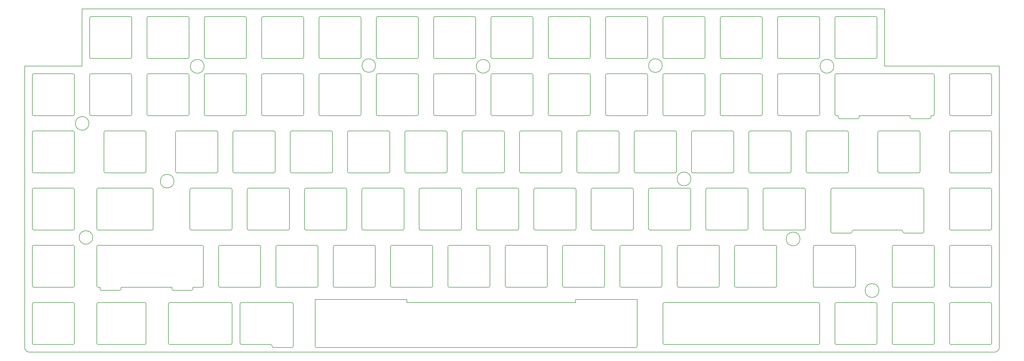
<source format=gbr>
%TF.GenerationSoftware,KiCad,Pcbnew,(5.1.9)-1*%
%TF.CreationDate,2021-05-17T20:51:41-04:00*%
%TF.ProjectId,plate,706c6174-652e-46b6-9963-61645f706362,rev?*%
%TF.SameCoordinates,Original*%
%TF.FileFunction,Profile,NP*%
%FSLAX46Y46*%
G04 Gerber Fmt 4.6, Leading zero omitted, Abs format (unit mm)*
G04 Created by KiCad (PCBNEW (5.1.9)-1) date 2021-05-17 20:51:41*
%MOMM*%
%LPD*%
G01*
G04 APERTURE LIST*
%TA.AperFunction,Profile*%
%ADD10C,0.200000*%
%TD*%
G04 APERTURE END LIST*
D10*
X182587500Y-100200000D02*
G75*
G02*
X182087500Y-100700000I-500000J0D01*
G01*
X59550000Y-105750000D02*
X72550000Y-105750000D01*
X239237500Y-100700000D02*
X226237500Y-100700000D01*
X182587500Y-87200000D02*
X182587500Y-100200000D01*
X168587500Y-87200000D02*
G75*
G02*
X169087500Y-86700000I500000J0D01*
G01*
X169087500Y-100700000D02*
G75*
G02*
X168587500Y-100200000I0J500000D01*
G01*
X163037500Y-86700000D02*
G75*
G02*
X163537500Y-87200000I0J-500000D01*
G01*
X150037500Y-100700000D02*
G75*
G02*
X149537500Y-100200000I0J500000D01*
G01*
X163037500Y-100700000D02*
X150037500Y-100700000D01*
X59050000Y-119250000D02*
X59050000Y-106250000D01*
X59550000Y-119750000D02*
G75*
G02*
X59050000Y-119250000I0J500000D01*
G01*
X150037500Y-86700000D02*
X163037500Y-86699999D01*
X225737500Y-87200000D02*
G75*
G02*
X226237500Y-86700000I500000J0D01*
G01*
X86837500Y-86700000D02*
G75*
G02*
X87337500Y-87200000I0J-500000D01*
G01*
X163537500Y-87200000D02*
X163537500Y-100200000D01*
X9543749Y-119750000D02*
X27306250Y-119750000D01*
X27806250Y-119250000D02*
X27806250Y-106250000D01*
X163537500Y-100200000D02*
G75*
G02*
X163037500Y-100700000I-500000J0D01*
G01*
X27806251Y-119249999D02*
G75*
G02*
X27306250Y-119750000I-500001J0D01*
G01*
X9543749Y-119750000D02*
G75*
G02*
X9043749Y-119250000I0J500000D01*
G01*
X9043749Y-106250000D02*
X9043749Y-119250000D01*
X225737500Y-100200000D02*
X225737500Y-87200000D01*
X-11887500Y-119750000D02*
G75*
G02*
X-12387500Y-119250000I0J500000D01*
G01*
X-12387501Y-106250000D02*
X-12387500Y-119250000D01*
X73837500Y-86700000D02*
X86837500Y-86699999D01*
X-12387501Y-106249999D02*
G75*
G02*
X-11887500Y-105750000I500000J-1D01*
G01*
X72550000Y-119750000D02*
X59549999Y-119750000D01*
X149537500Y-100200000D02*
X149537500Y-87200000D01*
X73337500Y-100200000D02*
X73337500Y-87200000D01*
X1112499Y-105750000D02*
X-11887500Y-105750000D01*
X1112500Y-105750000D02*
G75*
G02*
X1612500Y-106250000I0J-500000D01*
G01*
X1612499Y-119250000D02*
X1612500Y-106250000D01*
X1612499Y-119250000D02*
G75*
G02*
X1112499Y-119750000I-500000J0D01*
G01*
X59050000Y-106250000D02*
G75*
G02*
X59550000Y-105750000I500000J0D01*
G01*
X239737500Y-100200000D02*
G75*
G02*
X239237500Y-100700000I-500000J0D01*
G01*
X168587500Y-100200000D02*
X168587500Y-87200000D01*
X239737500Y-87200000D02*
X239737500Y-100200000D01*
X182087500Y-86700000D02*
G75*
G02*
X182587500Y-87200000I0J-500000D01*
G01*
X87337500Y-87200000D02*
X87337500Y-100200000D01*
X72550000Y-105750000D02*
G75*
G02*
X73050000Y-106250000I0J-500000D01*
G01*
X-11887500Y-119750000D02*
X1112499Y-119750000D01*
X73050000Y-106250000D02*
X73050000Y-119250000D01*
X182087500Y-100700000D02*
X169087500Y-100700000D01*
X73050000Y-119250000D02*
G75*
G02*
X72550000Y-119750000I-500000J0D01*
G01*
X226237500Y-86700000D02*
X239237500Y-86699999D01*
X73337500Y-87200000D02*
G75*
G02*
X73837500Y-86700000I500000J0D01*
G01*
X226237500Y-100700000D02*
G75*
G02*
X225737500Y-100200000I0J500000D01*
G01*
X149537500Y-87200000D02*
G75*
G02*
X150037500Y-86700000I500000J0D01*
G01*
X239237500Y-86700000D02*
G75*
G02*
X239737500Y-87200000I0J-500000D01*
G01*
X73837500Y-100700000D02*
G75*
G02*
X73337500Y-100200000I0J500000D01*
G01*
X169087500Y-86700000D02*
X182087500Y-86699999D01*
X287362500Y-81150000D02*
X287362500Y-68150000D01*
X111437500Y-100200000D02*
X111437500Y-87200000D01*
X106387499Y-100199999D02*
G75*
G02*
X105887500Y-100700000I-500000J-1D01*
G01*
X106387500Y-87200000D02*
X106387499Y-100200000D01*
X92887500Y-100700000D02*
G75*
G02*
X92387500Y-100200000I0J500000D01*
G01*
X188137500Y-86700000D02*
X201137500Y-86699999D01*
X220187500Y-100700000D02*
X207187500Y-100700000D01*
X220187500Y-86700000D02*
G75*
G02*
X220687500Y-87200000I0J-500000D01*
G01*
X143987500Y-86700000D02*
G75*
G02*
X144487500Y-87200000I0J-500000D01*
G01*
X187637500Y-87200000D02*
G75*
G02*
X188137500Y-86700000I500000J0D01*
G01*
X286275500Y-82150000D02*
X286275500Y-81650000D01*
X144487500Y-100200000D02*
G75*
G02*
X143987500Y-100700000I-500000J0D01*
G01*
X262399500Y-81650000D02*
X279275500Y-81650000D01*
X287362500Y-81150000D02*
G75*
G02*
X286862500Y-81650000I-500000J0D01*
G01*
X130987500Y-100700000D02*
G75*
G02*
X130487500Y-100200000I0J500000D01*
G01*
X-11887501Y-100699999D02*
G75*
G02*
X-12387500Y-100200000I0J499999D01*
G01*
X130987500Y-86700000D02*
X143987500Y-86699999D01*
X279775500Y-82650000D02*
X285775500Y-82650000D01*
X286275500Y-81650000D02*
X286862500Y-81650000D01*
X254312500Y-68150000D02*
G75*
G02*
X254812500Y-67650000I500000J0D01*
G01*
X105887500Y-100700000D02*
X92887500Y-100700000D01*
X92887500Y-86700000D02*
X105887499Y-86699999D01*
X206687500Y-100200000D02*
X206687500Y-87200000D01*
X201637500Y-87200000D02*
X201637500Y-100200000D01*
X188137500Y-100700000D02*
G75*
G02*
X187637500Y-100200000I0J500000D01*
G01*
X201137500Y-100700000D02*
X188137500Y-100700000D01*
X286275500Y-82150000D02*
G75*
G02*
X285775500Y-82650000I-500000J0D01*
G01*
X201637500Y-100200000D02*
G75*
G02*
X201137500Y-100700000I-500000J0D01*
G01*
X201137500Y-86700000D02*
G75*
G02*
X201637500Y-87200000I0J-500000D01*
G01*
X144487500Y-87200000D02*
X144487500Y-100200000D01*
X262399501Y-82149999D02*
G75*
G02*
X261899500Y-82650000I-500001J0D01*
G01*
X255399500Y-81650000D02*
X255399500Y-82150000D01*
X279275500Y-81650000D02*
X279275500Y-82150000D01*
X262399500Y-82150000D02*
X262399500Y-81650000D01*
X130487500Y-100200000D02*
X130487500Y-87200000D01*
X254812500Y-81650000D02*
G75*
G02*
X254312500Y-81150000I0J500000D01*
G01*
X105887500Y-86700000D02*
G75*
G02*
X106387500Y-87200000I0J-500000D01*
G01*
X87337501Y-100199999D02*
G75*
G02*
X86837500Y-100700000I-500001J0D01*
G01*
X92387500Y-87200000D02*
G75*
G02*
X92887500Y-86700000I500000J0D01*
G01*
X207187500Y-100700000D02*
G75*
G02*
X206687500Y-100200000I0J500000D01*
G01*
X207187500Y-86700000D02*
X220187500Y-86699999D01*
X286862501Y-67649999D02*
G75*
G02*
X287362500Y-68150000I-1J-500000D01*
G01*
X130487501Y-87199999D02*
G75*
G02*
X130987500Y-86700000I499999J0D01*
G01*
X254312500Y-68149999D02*
X254312500Y-81150000D01*
X111937500Y-100700000D02*
G75*
G02*
X111437500Y-100200000I0J500000D01*
G01*
X86837500Y-100700000D02*
X73837500Y-100700000D01*
X92387500Y-100200000D02*
X92387500Y-87200000D01*
X220687500Y-100200000D02*
G75*
G02*
X220187500Y-100700000I-500000J0D01*
G01*
X143987500Y-100700000D02*
X130987500Y-100700000D01*
X279775500Y-82650000D02*
G75*
G02*
X279275500Y-82150000I0J500000D01*
G01*
X255899500Y-82650000D02*
X261899500Y-82650000D01*
X125437500Y-87200000D02*
X125437500Y-100200000D01*
X124937500Y-86700000D02*
G75*
G02*
X125437500Y-87200000I0J-500000D01*
G01*
X124937500Y-100700000D02*
X111937500Y-100700000D01*
X286862500Y-67649999D02*
X254812500Y-67650000D01*
X254812500Y-81650000D02*
X255399500Y-81650000D01*
X111937500Y-86700000D02*
X124937500Y-86699999D01*
X111437501Y-87199999D02*
G75*
G02*
X111937500Y-86700000I499999J0D01*
G01*
X220687500Y-87200000D02*
X220687500Y-100200000D01*
X206687500Y-87200000D02*
G75*
G02*
X207187500Y-86700000I500000J0D01*
G01*
X-12387501Y-87200000D02*
X-12387500Y-100200000D01*
X187637500Y-100200000D02*
X187637500Y-87200000D01*
X125437500Y-100200000D02*
G75*
G02*
X124937500Y-100700000I-500000J0D01*
G01*
X255899500Y-82650000D02*
G75*
G02*
X255399500Y-82150000I0J500000D01*
G01*
X249262501Y-81149999D02*
G75*
G02*
X248762500Y-81650000I-500001J0D01*
G01*
X54287501Y-87199999D02*
G75*
G02*
X54787500Y-86700000I499999J0D01*
G01*
X67787500Y-86700000D02*
X54787500Y-86700000D01*
X68287500Y-100200000D02*
X68287500Y-87200000D01*
X54787500Y-100700000D02*
G75*
G02*
X54287500Y-100200000I0J500000D01*
G01*
X35237500Y-87200000D02*
G75*
G02*
X35737500Y-86700000I500000J0D01*
G01*
X25425000Y-87200000D02*
X25424999Y-100200000D01*
X11925000Y-86700000D02*
X24925000Y-86700000D01*
X235762500Y-81650000D02*
X248762500Y-81650000D01*
X216712500Y-81650000D02*
X229712500Y-81650000D01*
X24925000Y-100700000D02*
X11925000Y-100700000D01*
X54287500Y-87200000D02*
X54287500Y-100200000D01*
X1112499Y-86700000D02*
X-11887500Y-86700000D01*
X1612499Y-100200000D02*
X1612500Y-87200000D01*
X292412500Y-68150000D02*
G75*
G02*
X292912500Y-67650000I500000J0D01*
G01*
X306412500Y-68150000D02*
X306412500Y-81150000D01*
X35737500Y-100700000D02*
G75*
G02*
X35237500Y-100200000I0J500000D01*
G01*
X49237500Y-100200000D02*
G75*
G02*
X48737500Y-100700000I-500000J0D01*
G01*
X211162500Y-81150000D02*
X211162500Y-68150000D01*
X248762499Y-67650000D02*
G75*
G02*
X249262500Y-68149999I1J-500000D01*
G01*
X48737500Y-86700000D02*
G75*
G02*
X49237500Y-87200000I0J-500000D01*
G01*
X230212500Y-81150000D02*
X230212500Y-68149999D01*
X197662500Y-81650000D02*
G75*
G02*
X197162500Y-81150000I0J500000D01*
G01*
X197162500Y-68149999D02*
X197162500Y-81150000D01*
X235262500Y-68150000D02*
G75*
G02*
X235762500Y-67650000I500000J0D01*
G01*
X230212500Y-81150000D02*
G75*
G02*
X229712500Y-81650000I-500000J0D01*
G01*
X153512500Y-81650000D02*
X140512500Y-81650000D01*
X211162500Y-81150000D02*
G75*
G02*
X210662500Y-81650000I-500000J0D01*
G01*
X216212500Y-68149999D02*
X216212500Y-81150000D01*
X216212500Y-68150000D02*
G75*
G02*
X216712500Y-67650000I500000J0D01*
G01*
X-12387501Y-87199999D02*
G75*
G02*
X-11887500Y-86700000I500000J-1D01*
G01*
X154012500Y-81150000D02*
G75*
G02*
X153512500Y-81650000I-500000J0D01*
G01*
X1112500Y-86700000D02*
G75*
G02*
X1612500Y-87200000I0J-500000D01*
G01*
X1612500Y-100200001D02*
G75*
G02*
X1112499Y-100700000I-500000J1D01*
G01*
X-11887500Y-100700000D02*
X1112499Y-100700000D01*
X35237500Y-100200000D02*
X35237500Y-87200000D01*
X292412500Y-81150000D02*
X292412500Y-68149999D01*
X292912500Y-81650000D02*
G75*
G02*
X292412500Y-81150000I0J500000D01*
G01*
X35737500Y-86700000D02*
X48737500Y-86700000D01*
X305912500Y-81650000D02*
X292912500Y-81650000D01*
X305912501Y-67649999D02*
G75*
G02*
X306412500Y-68150000I-1J-500000D01*
G01*
X11425000Y-87200000D02*
G75*
G02*
X11925000Y-86700000I500000J0D01*
G01*
X48737500Y-100700000D02*
X35737500Y-100700000D01*
X11924999Y-100699999D02*
G75*
G02*
X11425000Y-100200000I0J499999D01*
G01*
X25424999Y-100199999D02*
G75*
G02*
X24925000Y-100700000I-500000J-1D01*
G01*
X210662500Y-67649999D02*
X197662500Y-67650000D01*
X235762500Y-81650000D02*
G75*
G02*
X235262500Y-81150000I0J500000D01*
G01*
X197662500Y-81650000D02*
X210662500Y-81650000D01*
X216712500Y-81650000D02*
G75*
G02*
X216212500Y-81150000I0J500000D01*
G01*
X229712500Y-67649999D02*
X216712500Y-67650000D01*
X197162500Y-68150000D02*
G75*
G02*
X197662500Y-67650000I500000J0D01*
G01*
X292912500Y-67650000D02*
X305912500Y-67650000D01*
X229712500Y-67649999D02*
G75*
G02*
X230212500Y-68149999I0J-500000D01*
G01*
X306412500Y-81150000D02*
G75*
G02*
X305912500Y-81650000I-500000J0D01*
G01*
X67787500Y-86700000D02*
G75*
G02*
X68287500Y-87200000I0J-500000D01*
G01*
X54787499Y-100700000D02*
X67787500Y-100700000D01*
X11425000Y-100200000D02*
X11425000Y-87200000D01*
X210662501Y-67649999D02*
G75*
G02*
X211162500Y-68150000I-1J-500000D01*
G01*
X249262500Y-81150000D02*
X249262500Y-68149999D01*
X49237500Y-87200000D02*
X49237500Y-100200000D01*
X235262500Y-68149999D02*
X235262500Y-81150000D01*
X248762500Y-67649999D02*
X235762500Y-67650000D01*
X68287500Y-100200000D02*
G75*
G02*
X67787500Y-100700000I-500000J0D01*
G01*
X24925000Y-86700000D02*
G75*
G02*
X25425000Y-87200000I0J-500000D01*
G01*
X159062500Y-81150000D02*
X159062500Y-68150000D01*
X173062500Y-81150000D02*
G75*
G02*
X172562500Y-81650000I-500000J0D01*
G01*
X172562501Y-67649999D02*
G75*
G02*
X173062500Y-68150000I-1J-500000D01*
G01*
X178612500Y-81650000D02*
G75*
G02*
X178112500Y-81150000I0J500000D01*
G01*
X26212500Y-81650000D02*
G75*
G02*
X25712500Y-81150000I0J500000D01*
G01*
X83362500Y-67650000D02*
X96362500Y-67649999D01*
X115412500Y-67649999D02*
G75*
G02*
X115912499Y-68150000I-1J-500000D01*
G01*
X82862500Y-68150000D02*
G75*
G02*
X83362500Y-67650000I500000J0D01*
G01*
X115912499Y-81150000D02*
X115912499Y-68150000D01*
X1612499Y-81150000D02*
G75*
G02*
X1112499Y-81650000I-500000J0D01*
G01*
X121462501Y-81649999D02*
G75*
G02*
X120962500Y-81150000I-1J500000D01*
G01*
X1112500Y-67650000D02*
G75*
G02*
X1612500Y-68150000I0J-500000D01*
G01*
X1612499Y-81150000D02*
X1612500Y-68150000D01*
X134462500Y-81650000D02*
X121462500Y-81650000D01*
X159062500Y-68150000D02*
G75*
G02*
X159562500Y-67650000I500000J0D01*
G01*
X192112500Y-81150000D02*
G75*
G02*
X191612500Y-81650000I-500000J0D01*
G01*
X6662499Y-68149999D02*
X6662500Y-81150000D01*
X173062500Y-68150000D02*
X173062500Y-81150000D01*
X39212500Y-67650000D02*
X26212500Y-67650000D01*
X96362500Y-67650000D02*
G75*
G02*
X96862500Y-68150000I0J-500000D01*
G01*
X83362500Y-81650000D02*
G75*
G02*
X82862500Y-81150000I0J500000D01*
G01*
X134462501Y-67649999D02*
G75*
G02*
X134962500Y-68150000I-1J-500000D01*
G01*
X20662501Y-81149999D02*
G75*
G02*
X20162500Y-81650000I-500001J0D01*
G01*
X134962500Y-81150000D02*
G75*
G02*
X134462500Y-81650000I-500000J0D01*
G01*
X192112500Y-68150000D02*
X192112500Y-81150000D01*
X26212500Y-81650000D02*
X39212500Y-81650000D01*
X1112499Y-67650000D02*
X-11887500Y-67650000D01*
X96862501Y-81149999D02*
G75*
G02*
X96362500Y-81650000I-500001J0D01*
G01*
X134962500Y-68150000D02*
X134962500Y-81150000D01*
X172562500Y-81650000D02*
X159562500Y-81650000D01*
X39712499Y-81150000D02*
X39712499Y-68149999D01*
X-11887500Y-81649999D02*
G75*
G02*
X-12387501Y-81150000I-1J500000D01*
G01*
X-12387501Y-68149999D02*
G75*
G02*
X-11887500Y-67650000I500000J-1D01*
G01*
X178112500Y-68150000D02*
G75*
G02*
X178612500Y-67650000I500000J0D01*
G01*
X39212500Y-67650000D02*
G75*
G02*
X39712499Y-68149999I0J-499999D01*
G01*
X178112500Y-81150000D02*
X178112500Y-68149999D01*
X7162499Y-81650000D02*
X20162500Y-81650000D01*
X-12387501Y-68149999D02*
X-12387501Y-81150000D01*
X20162500Y-67650000D02*
X7162499Y-67650000D01*
X6662499Y-68150000D02*
G75*
G02*
X7162499Y-67650000I500000J0D01*
G01*
X82862500Y-81150000D02*
X82862500Y-68149999D01*
X159562500Y-81650000D02*
G75*
G02*
X159062500Y-81150000I0J500000D01*
G01*
X140512500Y-67650000D02*
X153512500Y-67649999D01*
X25712500Y-68150000D02*
G75*
G02*
X26212500Y-67650000I500000J0D01*
G01*
X191612500Y-81650000D02*
X178612500Y-81650000D01*
X20162500Y-67650000D02*
G75*
G02*
X20662500Y-68150000I0J-500000D01*
G01*
X96862500Y-68150000D02*
X96862500Y-81150000D01*
X178612500Y-67650000D02*
X191612500Y-67649999D01*
X154012500Y-68150000D02*
X154012500Y-81150000D01*
X153512501Y-67649999D02*
G75*
G02*
X154012500Y-68150000I-1J-500000D01*
G01*
X140012501Y-68149999D02*
G75*
G02*
X140512500Y-67650000I499999J0D01*
G01*
X140012500Y-81150000D02*
X140012500Y-68149999D01*
X96362500Y-81650000D02*
X83362500Y-81650000D01*
X140512500Y-81650000D02*
G75*
G02*
X140012500Y-81150000I0J500000D01*
G01*
X159562500Y-67650000D02*
X172562500Y-67649999D01*
X121462500Y-67650000D02*
X134462500Y-67649999D01*
X-11887500Y-81650000D02*
X1112499Y-81650000D01*
X25712500Y-68149999D02*
X25712500Y-81150000D01*
X7162500Y-81650000D02*
G75*
G02*
X6662500Y-81150000I0J500000D01*
G01*
X39712500Y-81150000D02*
G75*
G02*
X39212500Y-81650000I-500000J0D01*
G01*
X120962501Y-68149999D02*
G75*
G02*
X121462500Y-67650000I499999J0D01*
G01*
X20662500Y-81150000D02*
X20662500Y-68150000D01*
X191612501Y-67649999D02*
G75*
G02*
X192112500Y-68150000I-1J-500000D01*
G01*
X120962500Y-81150000D02*
X120962500Y-68149999D01*
X140012500Y-62099999D02*
X140012500Y-49100000D01*
X45262499Y-81650000D02*
X58262499Y-81650000D01*
X192112500Y-49100000D02*
X192112500Y-62099999D01*
X191612501Y-48599999D02*
G75*
G02*
X192112500Y-49100000I-1J-500000D01*
G01*
X210662501Y-48599999D02*
G75*
G02*
X211162500Y-49100000I-1J-500000D01*
G01*
X115412499Y-62600000D02*
X102412500Y-62600000D01*
X197662500Y-48600000D02*
X210662500Y-48599999D01*
X140512500Y-62599999D02*
G75*
G02*
X140012500Y-62099999I0J500000D01*
G01*
X153512501Y-48599999D02*
G75*
G02*
X154012500Y-49100000I-1J-500000D01*
G01*
X140012500Y-49100000D02*
G75*
G02*
X140512500Y-48600000I500000J0D01*
G01*
X134962500Y-62100000D02*
G75*
G02*
X134462500Y-62600000I-500000J0D01*
G01*
X140512500Y-48600000D02*
X153512500Y-48599999D01*
X58762499Y-81150000D02*
G75*
G02*
X58262499Y-81650000I-500000J0D01*
G01*
X115912499Y-81150000D02*
G75*
G02*
X115412499Y-81650000I-500000J0D01*
G01*
X115412499Y-67649999D02*
X102412500Y-67650000D01*
X77312500Y-67650000D02*
G75*
G02*
X77812500Y-68150000I0J-500000D01*
G01*
X210662500Y-62600000D02*
X197662500Y-62600000D01*
X77812500Y-81150000D02*
X77812500Y-68150000D01*
X77812501Y-81149999D02*
G75*
G02*
X77312500Y-81650000I-500001J0D01*
G01*
X64312500Y-81650000D02*
X77312500Y-81650000D01*
X44762500Y-68149999D02*
X44762500Y-81150000D01*
X268312500Y-62100000D02*
G75*
G02*
X267812500Y-62600000I-500000J0D01*
G01*
X192112501Y-62099999D02*
G75*
G02*
X191612500Y-62600000I-500001J0D01*
G01*
X101912500Y-62099999D02*
X101912500Y-49100000D01*
X64312500Y-81650000D02*
G75*
G02*
X63812500Y-81150000I0J500000D01*
G01*
X58262500Y-67650000D02*
G75*
G02*
X58762500Y-68150000I0J-500000D01*
G01*
X178612500Y-48600000D02*
X191612500Y-48599999D01*
X115412500Y-48599999D02*
G75*
G02*
X115912499Y-49100000I-1J-500000D01*
G01*
X191612500Y-62600000D02*
X178612500Y-62600000D01*
X63812500Y-68149999D02*
X63812500Y-81150000D01*
X254312500Y-49100000D02*
G75*
G02*
X254812500Y-48600000I500000J0D01*
G01*
X102412500Y-48600000D02*
X115412499Y-48599999D01*
X58262499Y-67650000D02*
X45262500Y-67650000D01*
X44762501Y-68149999D02*
G75*
G02*
X45262500Y-67650000I499999J0D01*
G01*
X102412499Y-62600000D02*
G75*
G02*
X101912500Y-62099999I1J500000D01*
G01*
X254312500Y-62099999D02*
X254312500Y-49100000D01*
X268312500Y-49100000D02*
X268312500Y-62099999D01*
X211162500Y-62100000D02*
G75*
G02*
X210662500Y-62600000I-500000J0D01*
G01*
X211162500Y-49100000D02*
X211162500Y-62099999D01*
X197162500Y-49100000D02*
G75*
G02*
X197662500Y-48600000I500000J0D01*
G01*
X178612499Y-62600000D02*
G75*
G02*
X178112500Y-62099999I1J500000D01*
G01*
X115912499Y-49100000D02*
X115912499Y-62099999D01*
X153512500Y-62600000D02*
X140512500Y-62600000D01*
X134462500Y-62600000D02*
X121462500Y-62600000D01*
X102412500Y-81650000D02*
X115412499Y-81650000D01*
X254812499Y-62600000D02*
G75*
G02*
X254312500Y-62099999I1J500000D01*
G01*
X102412500Y-81650000D02*
G75*
G02*
X101912500Y-81150000I0J500000D01*
G01*
X101912500Y-68149999D02*
X101912500Y-81150000D01*
X63812500Y-68150000D02*
G75*
G02*
X64312500Y-67650000I500000J0D01*
G01*
X45262500Y-81650000D02*
G75*
G02*
X44762500Y-81150000I0J500000D01*
G01*
X178112500Y-49100000D02*
G75*
G02*
X178612500Y-48600000I500000J0D01*
G01*
X101912500Y-49100000D02*
G75*
G02*
X102412500Y-48600000I500000J0D01*
G01*
X254812500Y-48600000D02*
X267812500Y-48599999D01*
X197162500Y-62099999D02*
X197162500Y-49100000D01*
X197662499Y-62600000D02*
G75*
G02*
X197162500Y-62099999I1J500000D01*
G01*
X154012500Y-49100000D02*
X154012500Y-62099999D01*
X154012501Y-62099999D02*
G75*
G02*
X153512500Y-62600000I-500001J0D01*
G01*
X101912500Y-68150000D02*
G75*
G02*
X102412500Y-67650000I500000J0D01*
G01*
X267812501Y-48599999D02*
G75*
G02*
X268312500Y-49100000I-1J-500000D01*
G01*
X77312500Y-67650000D02*
X64312500Y-67650000D01*
X58762500Y-81150000D02*
X58762500Y-68150000D01*
X267812500Y-62600000D02*
X254812500Y-62600000D01*
X178112500Y-62099999D02*
X178112500Y-49100000D01*
X115912500Y-62099999D02*
G75*
G02*
X115412499Y-62600000I-500001J0D01*
G01*
X216712499Y-62600000D02*
G75*
G02*
X216212500Y-62099999I1J500000D01*
G01*
X44762501Y-49099999D02*
G75*
G02*
X45262500Y-48600000I499999J0D01*
G01*
X58262500Y-62600000D02*
X45262499Y-62599999D01*
X64312500Y-48600000D02*
X77312500Y-48599999D01*
X25712500Y-49100000D02*
G75*
G02*
X26212500Y-48600000I500000J0D01*
G01*
X20662500Y-62100000D02*
G75*
G02*
X20162500Y-62600000I-500000J0D01*
G01*
X83362499Y-62600000D02*
G75*
G02*
X82862500Y-62099999I1J500000D01*
G01*
X235262500Y-49100000D02*
G75*
G02*
X235762500Y-48600000I500000J0D01*
G01*
X229712500Y-62600000D02*
X216712500Y-62600000D01*
X173062500Y-49100000D02*
X173062500Y-62099999D01*
X216212500Y-49100000D02*
G75*
G02*
X216712500Y-48600000I500000J0D01*
G01*
X20662500Y-49100000D02*
X20662500Y-62099999D01*
X96862500Y-49100000D02*
X96862500Y-62099999D01*
X216212500Y-62099999D02*
X216212500Y-49100000D01*
X39212501Y-48599999D02*
G75*
G02*
X39712500Y-49100000I-1J-500000D01*
G01*
X96362500Y-62600000D02*
X83362500Y-62600000D01*
X229712501Y-48599999D02*
G75*
G02*
X230212500Y-49100000I-1J-500000D01*
G01*
X159562499Y-62600000D02*
G75*
G02*
X159062500Y-62099999I1J500000D01*
G01*
X83362500Y-48600000D02*
X96362500Y-48599999D01*
X58762501Y-62099999D02*
G75*
G02*
X58262500Y-62600000I-500001J0D01*
G01*
X6662500Y-62099999D02*
X6662500Y-49100000D01*
X96362500Y-48600000D02*
G75*
G02*
X96862500Y-49100000I0J-500000D01*
G01*
X45262500Y-48600000D02*
X58262499Y-48600000D01*
X173062500Y-62100000D02*
G75*
G02*
X172562500Y-62600000I-500000J0D01*
G01*
X159562500Y-48600000D02*
X172562500Y-48599999D01*
X159062500Y-49100000D02*
G75*
G02*
X159562500Y-48600000I500000J0D01*
G01*
X7162500Y-62599999D02*
G75*
G02*
X6662500Y-62099999I0J500000D01*
G01*
X39712499Y-62099999D02*
X39712500Y-49100000D01*
X20162500Y-62600000D02*
X7162499Y-62599999D01*
X96862501Y-62099999D02*
G75*
G02*
X96362500Y-62600000I-500001J0D01*
G01*
X82862500Y-49100000D02*
G75*
G02*
X83362500Y-48600000I500000J0D01*
G01*
X58762500Y-49100000D02*
X58762500Y-62099999D01*
X58262499Y-48599999D02*
G75*
G02*
X58762500Y-49100000I0J-500001D01*
G01*
X45262500Y-62599999D02*
G75*
G02*
X44762500Y-62099999I0J500000D01*
G01*
X26212498Y-62599999D02*
G75*
G02*
X25712500Y-62099999I1J499999D01*
G01*
X120962500Y-49100000D02*
G75*
G02*
X121462500Y-48600000I500000J0D01*
G01*
X134962500Y-49100000D02*
X134962500Y-62099999D01*
X134462501Y-48599999D02*
G75*
G02*
X134962500Y-49100000I-1J-500000D01*
G01*
X121462500Y-48600000D02*
X134462500Y-48599999D01*
X25712500Y-49100000D02*
X25712500Y-62099999D01*
X121462499Y-62600000D02*
G75*
G02*
X120962500Y-62099999I1J500000D01*
G01*
X44762500Y-62099999D02*
X44762500Y-49100000D01*
X249262500Y-49100000D02*
X249262500Y-62099999D01*
X216712500Y-48600000D02*
X229712500Y-48599999D01*
X230212500Y-62100000D02*
G75*
G02*
X229712500Y-62600000I-500000J0D01*
G01*
X63812500Y-49100000D02*
G75*
G02*
X64312500Y-48600000I500000J0D01*
G01*
X20162500Y-48600000D02*
G75*
G02*
X20662500Y-49100000I0J-500000D01*
G01*
X26212500Y-62599999D02*
X39212500Y-62600000D01*
X172562501Y-48599999D02*
G75*
G02*
X173062500Y-49100000I-1J-500000D01*
G01*
X7162500Y-48600000D02*
X20162500Y-48600000D01*
X249262501Y-62099999D02*
G75*
G02*
X248762500Y-62600000I-500001J0D01*
G01*
X82862500Y-62099999D02*
X82862500Y-49100000D01*
X6662501Y-49099999D02*
G75*
G02*
X7162500Y-48600000I499999J0D01*
G01*
X120962500Y-62099999D02*
X120962500Y-49100000D01*
X39212500Y-48599999D02*
X26212500Y-48600000D01*
X235262500Y-62099999D02*
X235262500Y-49100000D01*
X235762499Y-62600000D02*
G75*
G02*
X235262500Y-62099999I1J500000D01*
G01*
X248762500Y-48600000D02*
G75*
G02*
X249262500Y-49100000I0J-500000D01*
G01*
X172562500Y-62600000D02*
X159562500Y-62600000D01*
X248762500Y-62600000D02*
X235762500Y-62600000D01*
X230212500Y-49100000D02*
X230212500Y-62099999D01*
X159062500Y-62099999D02*
X159062500Y-49100000D01*
X39712500Y-62100000D02*
G75*
G02*
X39212500Y-62600000I-500000J0D01*
G01*
X235762500Y-48600000D02*
X248762500Y-48599999D01*
X77312500Y-48600000D02*
G75*
G02*
X77812500Y-49100000I0J-500000D01*
G01*
X308937499Y-65149999D02*
X308937499Y-158875000D01*
X-14912500Y-158875000D02*
X-14912500Y-65150000D01*
X270812500Y-65149999D02*
X308937499Y-65149999D01*
X270812500Y-46075000D02*
X270812500Y-65149999D01*
X4162499Y-65150000D02*
X4162499Y-46075000D01*
X308937500Y-158875000D02*
G75*
G02*
X307437500Y-160375000I-1500000J0D01*
G01*
X63812500Y-62099999D02*
X63812500Y-49100000D01*
X64312500Y-62599999D02*
G75*
G02*
X63812500Y-62099999I0J500000D01*
G01*
X-14912500Y-65150000D02*
X4162499Y-65150000D01*
X4162499Y-46075000D02*
X270812500Y-46075000D01*
X77312500Y-62600000D02*
X64312500Y-62599999D01*
X77812501Y-62099999D02*
G75*
G02*
X77312500Y-62600000I-500001J0D01*
G01*
X77812500Y-49100000D02*
X77812500Y-62099999D01*
X-13412500Y-160375000D02*
G75*
G02*
X-14912500Y-158875000I0J1500000D01*
G01*
X307437500Y-160375000D02*
X-13412500Y-160375000D01*
X27306250Y-105750000D02*
G75*
G02*
X27806250Y-106250000I0J-500000D01*
G01*
X34715786Y-103445543D02*
G75*
G03*
X34715786Y-103445543I-2277105J0D01*
G01*
X7696452Y-122195454D02*
G75*
G03*
X7696452Y-122195454I-2253532J0D01*
G01*
X206486547Y-102694373D02*
G75*
G03*
X206486547Y-102694373I-2299982J0D01*
G01*
X139714102Y-65195000D02*
G75*
G03*
X139714102Y-65195000I-2276595J0D01*
G01*
X44743446Y-65205118D02*
G75*
G03*
X44743446Y-65205118I-2299967J0D01*
G01*
X168112500Y-143850000D02*
X168112500Y-142850000D01*
X81606250Y-158350000D02*
X81606250Y-142850000D01*
X82106250Y-158850000D02*
G75*
G02*
X81606250Y-158350000I0J500000D01*
G01*
X197662500Y-157850000D02*
X248762500Y-157850000D01*
X197162500Y-144350000D02*
X197162500Y-157350000D01*
X268969965Y-139863080D02*
G75*
G03*
X268969965Y-139863080I-2303905J0D01*
G01*
X112106250Y-143850000D02*
X168112500Y-143850000D01*
X188612500Y-158350000D02*
G75*
G02*
X188112500Y-158850000I-500000J0D01*
G01*
X168112500Y-142850000D02*
X188612500Y-142850000D01*
X88106250Y-158850000D02*
X82106250Y-158850000D01*
X188612500Y-142850000D02*
X188612500Y-158350000D01*
X81606250Y-142850000D02*
X112106250Y-142850000D01*
X249262500Y-157350000D02*
X249262500Y-144350000D01*
X197662500Y-157850000D02*
G75*
G02*
X197162500Y-157350000I0J500000D01*
G01*
X101688747Y-64942500D02*
G75*
G03*
X101688747Y-64942500I-2251242J0D01*
G01*
X188112500Y-158850000D02*
X88107981Y-158850000D01*
X253989667Y-65174999D02*
G75*
G03*
X253989667Y-65174999I-2302173J0D01*
G01*
X268969965Y-139863080D02*
G75*
G03*
X268969965Y-139863080I-2303905J0D01*
G01*
X242732413Y-122685003D02*
G75*
G03*
X242732413Y-122685003I-2294901J0D01*
G01*
X6462371Y-84195329D02*
G75*
G03*
X6462371Y-84195329I-2276232J0D01*
G01*
X248762500Y-143850000D02*
G75*
G02*
X249262500Y-144350000I0J-500000D01*
G01*
X197162500Y-144350000D02*
G75*
G02*
X197662500Y-143850000I500000J0D01*
G01*
X112106250Y-142850000D02*
X112106250Y-143850000D01*
X249262501Y-157349999D02*
G75*
G02*
X248762500Y-157850000I-500001J0D01*
G01*
X196960705Y-64947473D02*
G75*
G03*
X196960705Y-64947473I-2274862J0D01*
G01*
X306412500Y-138300000D02*
X306412500Y-125300000D01*
X305912501Y-143849999D02*
G75*
G02*
X306412500Y-144350000I-1J-500000D01*
G01*
X306412500Y-157350000D02*
X306412500Y-144350000D01*
X267812500Y-143850000D02*
G75*
G02*
X268312500Y-144350000I0J-500000D01*
G01*
X254312500Y-157350000D02*
X254312500Y-144350000D01*
X286862500Y-143850000D02*
X273862500Y-143850000D01*
X268312500Y-157350000D02*
G75*
G02*
X267812500Y-157850000I-500000J0D01*
G01*
X273862500Y-157850000D02*
G75*
G02*
X273362500Y-157350000I0J500000D01*
G01*
X66812499Y-157850000D02*
G75*
G02*
X67312499Y-158350000I0J-500000D01*
G01*
X286862500Y-143850000D02*
G75*
G02*
X287362500Y-144350000I0J-500000D01*
G01*
X32856250Y-157350000D02*
X32856250Y-144350000D01*
X67812500Y-158850000D02*
X73812500Y-158850000D01*
X53500000Y-143850000D02*
G75*
G02*
X54000000Y-144350000I0J-500000D01*
G01*
X306412500Y-138300000D02*
G75*
G02*
X305912500Y-138800000I-500000J0D01*
G01*
X74312500Y-158350000D02*
X74312500Y-144350000D01*
X292912500Y-138800000D02*
G75*
G02*
X292412500Y-138300000I0J500000D01*
G01*
X33356250Y-143850000D02*
X53500000Y-143850000D01*
X53500000Y-157850000D02*
X33356250Y-157850000D01*
X292912500Y-138800000D02*
X305912500Y-138800000D01*
X292412500Y-125300000D02*
G75*
G02*
X292912500Y-124800000I500000J0D01*
G01*
X254812500Y-157850000D02*
G75*
G02*
X254312500Y-157350000I0J500000D01*
G01*
X57168749Y-157850000D02*
X66812499Y-157850000D01*
X9543749Y-157850000D02*
X24925000Y-157850000D01*
X56668749Y-144349999D02*
G75*
G02*
X57168750Y-143850000I500000J-1D01*
G01*
X57168750Y-157850000D02*
G75*
G02*
X56668750Y-157350000I0J500000D01*
G01*
X9043749Y-144350000D02*
X9043750Y-157350000D01*
X33356250Y-157850000D02*
G75*
G02*
X32856250Y-157350000I0J500000D01*
G01*
X56668749Y-144350000D02*
X56668750Y-157350000D01*
X73812500Y-143850000D02*
X57168750Y-143850000D01*
X67812501Y-158850000D02*
G75*
G02*
X67312499Y-158350000I-1J500001D01*
G01*
X215425000Y-124800000D02*
G75*
G02*
X215925000Y-125300000I0J-500000D01*
G01*
X201925000Y-138300000D02*
X201925000Y-125300000D01*
X54000000Y-144350000D02*
X54000000Y-157350000D01*
X215925000Y-125300000D02*
X215925000Y-138300000D01*
X73812500Y-143850000D02*
G75*
G02*
X74312500Y-144350000I0J-500000D01*
G01*
X215425000Y-138800000D02*
X202425000Y-138800000D01*
X268312500Y-144350000D02*
X268312500Y-157350000D01*
X254812500Y-143850000D02*
X267812500Y-143850000D01*
X267812500Y-157850000D02*
X254812500Y-157850000D01*
X273362500Y-144350000D02*
X273362500Y-157350000D01*
X32856250Y-144350000D02*
G75*
G02*
X33356250Y-143850000I500000J0D01*
G01*
X305912501Y-124799999D02*
G75*
G02*
X306412500Y-125300000I-1J-500000D01*
G01*
X9543750Y-157850000D02*
G75*
G02*
X9043750Y-157350000I0J500000D01*
G01*
X215925001Y-138299999D02*
G75*
G02*
X215425000Y-138800000I-500001J0D01*
G01*
X25425001Y-157349999D02*
G75*
G02*
X24925000Y-157850000I-500001J0D01*
G01*
X248762500Y-143850000D02*
X197662500Y-143850000D01*
X254312500Y-144350000D02*
G75*
G02*
X254812500Y-143850000I500000J0D01*
G01*
X287362500Y-157350000D02*
G75*
G02*
X286862500Y-157850000I-500000J0D01*
G01*
X74312499Y-158349999D02*
G75*
G02*
X73812500Y-158850000I-500000J-1D01*
G01*
X54000000Y-157349998D02*
G75*
G02*
X53500000Y-157850000I-500001J-1D01*
G01*
X202425000Y-124800000D02*
X215425000Y-124800000D01*
X306412500Y-157350000D02*
G75*
G02*
X305912500Y-157850000I-500000J0D01*
G01*
X292912500Y-157850000D02*
X305912500Y-157850000D01*
X292412500Y-144350000D02*
X292412500Y-157350000D01*
X305912500Y-124800000D02*
X292912500Y-124800000D01*
X202425000Y-138800000D02*
G75*
G02*
X201925000Y-138300000I0J500000D01*
G01*
X292912500Y-157850000D02*
G75*
G02*
X292412500Y-157350000I0J500000D01*
G01*
X292412500Y-144350000D02*
G75*
G02*
X292912500Y-143850000I500000J0D01*
G01*
X273862500Y-157850000D02*
X286862500Y-157850000D01*
X273362500Y-144350000D02*
G75*
G02*
X273862500Y-143850000I500000J0D01*
G01*
X292412500Y-125300000D02*
X292412500Y-138300000D01*
X287362500Y-157350000D02*
X287362500Y-144350000D01*
X305912500Y-143850000D02*
X292912500Y-143850000D01*
X201925000Y-125300000D02*
G75*
G02*
X202425000Y-124800000I500000J0D01*
G01*
X69075001Y-138800000D02*
G75*
G02*
X68574999Y-138300000I-1J500001D01*
G01*
X247668750Y-138800000D02*
G75*
G02*
X247168750Y-138300000I0J500000D01*
G01*
X120175000Y-124800000D02*
G75*
G02*
X120675000Y-125300000I0J-500000D01*
G01*
X69075000Y-124800000D02*
X82075000Y-124800000D01*
X-12387500Y-157350000D02*
X-12387501Y-144350000D01*
X273362500Y-125300000D02*
G75*
G02*
X273862500Y-124800000I500000J0D01*
G01*
X106675000Y-138300000D02*
X106675000Y-125300000D01*
X286862500Y-124800000D02*
X273862500Y-124800000D01*
X107175001Y-138799999D02*
G75*
G02*
X106675000Y-138300000I-1J500000D01*
G01*
X139225000Y-138800000D02*
X126225000Y-138800000D01*
X24925000Y-143850000D02*
X9543750Y-143850000D01*
X125725000Y-138300000D02*
X125725000Y-125300000D01*
X126225000Y-138800000D02*
G75*
G02*
X125725000Y-138300000I0J500000D01*
G01*
X25425000Y-157350000D02*
X25425000Y-144350000D01*
X261168750Y-138300000D02*
G75*
G02*
X260668750Y-138800000I-500000J0D01*
G01*
X1112500Y-143850000D02*
G75*
G02*
X1612500Y-144350000I0J-500000D01*
G01*
X101625000Y-138300000D02*
X101625000Y-125300000D01*
X234975000Y-138300000D02*
G75*
G02*
X234475000Y-138800000I-500000J0D01*
G01*
X1612499Y-157350000D02*
G75*
G02*
X1112499Y-157850000I-500000J0D01*
G01*
X273362500Y-125300000D02*
X273362500Y-138300000D01*
X139225000Y-124800000D02*
G75*
G02*
X139725000Y-125300000I0J-500000D01*
G01*
X220975000Y-125300000D02*
X220975000Y-138300000D01*
X87625000Y-125300000D02*
G75*
G02*
X88125000Y-124800000I500000J0D01*
G01*
X261168750Y-125300000D02*
X261168750Y-138300000D01*
X-12387501Y-144349999D02*
G75*
G02*
X-11887500Y-143850000I500000J-1D01*
G01*
X273862500Y-138800000D02*
X286862500Y-138800000D01*
X125725000Y-125300000D02*
G75*
G02*
X126225000Y-124800000I500000J0D01*
G01*
X68574999Y-125299999D02*
G75*
G02*
X69075000Y-124800000I500000J-1D01*
G01*
X234475000Y-124800000D02*
G75*
G02*
X234975000Y-125300000I0J-500000D01*
G01*
X247168750Y-125300000D02*
G75*
G02*
X247668750Y-124800000I500000J0D01*
G01*
X287362500Y-138300000D02*
X287362500Y-125300000D01*
X101625001Y-138299999D02*
G75*
G02*
X101125000Y-138800000I-500001J0D01*
G01*
X126225000Y-124800000D02*
X139225000Y-124800000D01*
X247168750Y-138300000D02*
X247168750Y-125300000D01*
X286862500Y-124800000D02*
G75*
G02*
X287362500Y-125300000I0J-500000D01*
G01*
X139725000Y-125300000D02*
X139725000Y-138300000D01*
X101124999Y-124800000D02*
X88125000Y-124800000D01*
X88125000Y-138800000D02*
X101125000Y-138800000D01*
X106675000Y-125300000D02*
G75*
G02*
X107175000Y-124800000I500000J0D01*
G01*
X107175000Y-124800000D02*
X120175000Y-124800000D01*
X120175000Y-138800000D02*
X107175000Y-138800000D01*
X234475000Y-124800000D02*
X221475000Y-124800000D01*
X221475000Y-138800000D02*
G75*
G02*
X220975000Y-138300000I0J500000D01*
G01*
X1112499Y-157850000D02*
X-11887500Y-157850000D01*
X1612500Y-144350000D02*
X1612500Y-157350000D01*
X88125001Y-138799999D02*
G75*
G02*
X87625000Y-138300000I-1J500000D01*
G01*
X273862500Y-138800000D02*
G75*
G02*
X273362500Y-138300000I0J500000D01*
G01*
X247668750Y-124800000D02*
X260668750Y-124800000D01*
X9043749Y-144349999D02*
G75*
G02*
X9543750Y-143850000I500000J-1D01*
G01*
X24925000Y-143850000D02*
G75*
G02*
X25425000Y-144350000I0J-500000D01*
G01*
X220975000Y-125300000D02*
G75*
G02*
X221475000Y-124800000I500000J0D01*
G01*
X68574999Y-138300000D02*
X68574999Y-125300000D01*
X287362500Y-138300000D02*
G75*
G02*
X286862500Y-138800000I-500000J0D01*
G01*
X260668750Y-138800000D02*
X247668750Y-138800000D01*
X139725001Y-138299999D02*
G75*
G02*
X139225000Y-138800000I-500001J0D01*
G01*
X120675000Y-138300000D02*
G75*
G02*
X120175000Y-138800000I-500000J0D01*
G01*
X120675000Y-125300000D02*
X120675000Y-138300000D01*
X-11887500Y-157850000D02*
G75*
G02*
X-12387500Y-157350000I0J500000D01*
G01*
X101125000Y-124800000D02*
G75*
G02*
X101625000Y-125300000I0J-500000D01*
G01*
X-11887500Y-143850000D02*
X1112499Y-143850000D01*
X234975000Y-138300000D02*
X234975000Y-125300000D01*
X87625000Y-125300000D02*
X87625000Y-138300000D01*
X260668750Y-124800000D02*
G75*
G02*
X261168750Y-125300000I0J-500000D01*
G01*
X221475000Y-138800000D02*
X234475000Y-138800000D01*
X9543750Y-124800000D02*
X43975000Y-124800000D01*
X183375000Y-138800000D02*
G75*
G02*
X182875000Y-138300000I0J500000D01*
G01*
X182875000Y-125300000D02*
X182875000Y-138300000D01*
X182875000Y-125300000D02*
G75*
G02*
X183375000Y-124800000I500000J0D01*
G01*
X164325000Y-138800000D02*
X177325000Y-138800000D01*
X231000000Y-105750000D02*
X244000000Y-105750000D01*
X244000000Y-119750000D02*
X231000000Y-119750000D01*
X196375000Y-124800000D02*
G75*
G02*
X196875000Y-125300000I0J-500000D01*
G01*
X9043750Y-125300000D02*
G75*
G02*
X9543750Y-124800000I500000J0D01*
G01*
X17130750Y-138800000D02*
X17130750Y-139300000D01*
X177325000Y-124800000D02*
G75*
G02*
X177825000Y-125300000I0J-500000D01*
G01*
X230500000Y-106250000D02*
G75*
G02*
X231000000Y-105750000I500000J0D01*
G01*
X244000000Y-105750000D02*
G75*
G02*
X244500000Y-106250000I0J-500000D01*
G01*
X158275000Y-138800000D02*
X145275000Y-138800000D01*
X158275000Y-124800000D02*
G75*
G02*
X158775000Y-125300000I0J-500000D01*
G01*
X244500000Y-119250000D02*
G75*
G02*
X244000000Y-119750000I-500000J0D01*
G01*
X163825000Y-125300000D02*
X163825000Y-138300000D01*
X177325000Y-124800000D02*
X164325000Y-124800000D01*
X50025000Y-138800000D02*
G75*
G02*
X49525000Y-138300000I0J500000D01*
G01*
X10630750Y-139800000D02*
G75*
G02*
X10130750Y-139300000I0J500000D01*
G01*
X63025000Y-124800000D02*
G75*
G02*
X63525000Y-125300000I0J-500000D01*
G01*
X41006750Y-138800000D02*
X41006750Y-139300000D01*
X44475000Y-125300000D02*
X44475000Y-138300000D01*
X43975000Y-124800000D02*
G75*
G02*
X44475000Y-125300000I0J-500000D01*
G01*
X10130750Y-138800000D02*
X9543749Y-138800000D01*
X17130749Y-139299999D02*
G75*
G02*
X16630750Y-139800000I-500000J-1D01*
G01*
X43975000Y-138800000D02*
X41006750Y-138800000D01*
X63025000Y-138800000D02*
X50024999Y-138800000D01*
X34006750Y-139300000D02*
X34006750Y-138800000D01*
X34506750Y-139800000D02*
G75*
G02*
X34006750Y-139300000I0J500000D01*
G01*
X158775001Y-138299999D02*
G75*
G02*
X158275000Y-138800000I-500001J0D01*
G01*
X44475000Y-138300000D02*
G75*
G02*
X43975000Y-138800000I-500000J0D01*
G01*
X244500000Y-106250000D02*
X244500000Y-119250000D01*
X82075000Y-138800000D02*
X69075000Y-138800000D01*
X145275000Y-124800000D02*
X158275000Y-124800000D01*
X164325000Y-138800000D02*
G75*
G02*
X163825000Y-138300000I0J500000D01*
G01*
X82575000Y-138300000D02*
G75*
G02*
X82075000Y-138800000I-500000J0D01*
G01*
X82075000Y-124800000D02*
G75*
G02*
X82575000Y-125300000I0J-500000D01*
G01*
X177825001Y-138299999D02*
G75*
G02*
X177325000Y-138800000I-500001J0D01*
G01*
X158775000Y-125300000D02*
X158775000Y-138300000D01*
X196875000Y-138300000D02*
X196875000Y-125300000D01*
X183375000Y-138800000D02*
X196375000Y-138800000D01*
X163825000Y-125300000D02*
G75*
G02*
X164325000Y-124800000I500000J0D01*
G01*
X177825000Y-138300000D02*
X177825000Y-125300000D01*
X49525000Y-125300000D02*
G75*
G02*
X50025000Y-124800000I500000J0D01*
G01*
X63525000Y-138299998D02*
G75*
G02*
X63025000Y-138800000I-500001J-1D01*
G01*
X9043750Y-138300000D02*
X9043750Y-125300000D01*
X230500000Y-119250000D02*
X230500000Y-106250000D01*
X34006750Y-138800000D02*
X17130750Y-138800000D01*
X40506750Y-139800000D02*
X34506750Y-139800000D01*
X50025000Y-124800000D02*
X63025000Y-124800000D01*
X231000000Y-119750000D02*
G75*
G02*
X230500000Y-119250000I0J500000D01*
G01*
X41006750Y-139300000D02*
G75*
G02*
X40506750Y-139800000I-500000J0D01*
G01*
X82575000Y-125300000D02*
X82575000Y-138300000D01*
X144775000Y-125300000D02*
G75*
G02*
X145275000Y-124800000I500000J0D01*
G01*
X145275000Y-138800000D02*
G75*
G02*
X144775000Y-138300000I0J500000D01*
G01*
X196875001Y-138299999D02*
G75*
G02*
X196375000Y-138800000I-500001J0D01*
G01*
X49525000Y-138300000D02*
X49525000Y-125300000D01*
X16630750Y-139800000D02*
X10630749Y-139800000D01*
X63525000Y-125300000D02*
X63525000Y-138300000D01*
X9543750Y-138800000D02*
G75*
G02*
X9043750Y-138300000I0J500000D01*
G01*
X10130750Y-139300000D02*
X10130750Y-138800000D01*
X144775000Y-138300000D02*
X144775000Y-125300000D01*
X196375000Y-124800000D02*
X183375000Y-124800000D01*
X306412500Y-119250000D02*
X306412500Y-106250000D01*
X173350000Y-106250000D02*
G75*
G02*
X173850000Y-105750000I500000J0D01*
G01*
X186850000Y-119750000D02*
X173850000Y-119750000D01*
X97150000Y-106250000D02*
G75*
G02*
X97650000Y-105750000I500000J0D01*
G01*
X168300000Y-106250000D02*
X168300000Y-119250000D01*
X97650000Y-119750000D02*
X110650000Y-119750000D01*
X149250000Y-119250000D02*
G75*
G02*
X148750000Y-119750000I-500000J0D01*
G01*
X276394250Y-119750000D02*
G75*
G02*
X276894250Y-120250000I0J-500000D01*
G01*
X-11887500Y-138800000D02*
X1112499Y-138800000D01*
X-12387501Y-125299999D02*
G75*
G02*
X-11887500Y-124800000I500000J-1D01*
G01*
X-12387501Y-125300000D02*
X-12387500Y-138300000D01*
X306412500Y-119250000D02*
G75*
G02*
X305912500Y-119750000I-500000J0D01*
G01*
X135750000Y-105750000D02*
X148750000Y-105750000D01*
X1112499Y-124800000D02*
G75*
G02*
X1612499Y-125300000I0J-500000D01*
G01*
X154800000Y-105750000D02*
X167800000Y-105750000D01*
X149250000Y-106250000D02*
X149250000Y-119250000D01*
X110650000Y-105750000D02*
G75*
G02*
X111150000Y-106250000I0J-500000D01*
G01*
X292412500Y-106250000D02*
G75*
G02*
X292912500Y-105750000I500000J0D01*
G01*
X135250000Y-119250000D02*
X135250000Y-106250000D01*
X187350000Y-119250000D02*
G75*
G02*
X186850000Y-119750000I-500000J0D01*
G01*
X78600000Y-105750000D02*
X91600000Y-105750000D01*
X135250000Y-106250000D02*
G75*
G02*
X135750000Y-105750000I500000J0D01*
G01*
X173850000Y-105750000D02*
X186850000Y-105750000D01*
X1612499Y-138300000D02*
X1612499Y-125300000D01*
X305912500Y-105750000D02*
X292912500Y-105750000D01*
X305912501Y-105749999D02*
G75*
G02*
X306412500Y-106250000I-1J-500000D01*
G01*
X154300000Y-106250000D02*
G75*
G02*
X154800000Y-105750000I500000J0D01*
G01*
X111150001Y-119249999D02*
G75*
G02*
X110650000Y-119750000I-500001J0D01*
G01*
X148750000Y-105750000D02*
G75*
G02*
X149250000Y-106250000I0J-500000D01*
G01*
X135750000Y-119750000D02*
G75*
G02*
X135250000Y-119250000I0J500000D01*
G01*
X187350000Y-106250000D02*
X187350000Y-119250000D01*
X186850000Y-105750000D02*
G75*
G02*
X187350000Y-106250000I0J-500000D01*
G01*
X173850000Y-119750000D02*
G75*
G02*
X173350000Y-119250000I0J500000D01*
G01*
X167800000Y-119750000D02*
X154800000Y-119750000D01*
X78099999Y-106249999D02*
G75*
G02*
X78600000Y-105750000I500000J-1D01*
G01*
X260518250Y-119750000D02*
X276394250Y-119749999D01*
X260018250Y-120250000D02*
G75*
G02*
X260518250Y-119750000I500000J0D01*
G01*
X260018250Y-120250000D02*
G75*
G02*
X259518250Y-120750000I-500000J0D01*
G01*
X253518250Y-120750000D02*
X259518250Y-120750000D01*
X168300000Y-119250000D02*
G75*
G02*
X167800000Y-119750000I-500000J0D01*
G01*
X253518250Y-120750000D02*
G75*
G02*
X253018250Y-120250000I0J500000D01*
G01*
X173350000Y-119250000D02*
X173350000Y-106250000D01*
X253018250Y-106250000D02*
G75*
G02*
X253518250Y-105750000I500000J0D01*
G01*
X97150000Y-106250000D02*
X97150000Y-119250000D01*
X277394250Y-120750000D02*
X283394250Y-120750000D01*
X110649999Y-105750000D02*
X97650000Y-105750000D01*
X292912500Y-119750000D02*
X305912500Y-119750000D01*
X154800000Y-119750000D02*
G75*
G02*
X154300000Y-119250000I0J500000D01*
G01*
X1112499Y-124800000D02*
X-11887500Y-124800000D01*
X292912500Y-119750000D02*
G75*
G02*
X292412500Y-119250000I0J500000D01*
G01*
X253018250Y-106250000D02*
X253018250Y-120250000D01*
X148750000Y-119750000D02*
X135750000Y-119750000D01*
X292412500Y-106250000D02*
X292412500Y-119250000D01*
X283394250Y-105750000D02*
X253518250Y-105750000D01*
X167800000Y-105750000D02*
G75*
G02*
X168300000Y-106250000I0J-500000D01*
G01*
X283394250Y-105750000D02*
G75*
G02*
X283894250Y-106250000I0J-500000D01*
G01*
X283894250Y-120250000D02*
X283894250Y-106250000D01*
X-11887500Y-138800000D02*
G75*
G02*
X-12387500Y-138300000I0J500000D01*
G01*
X97650000Y-119750000D02*
G75*
G02*
X97150000Y-119250000I0J500000D01*
G01*
X111150000Y-119250000D02*
X111150000Y-106250000D01*
X277394251Y-120749999D02*
G75*
G02*
X276894250Y-120250000I-1J500000D01*
G01*
X1612499Y-138300000D02*
G75*
G02*
X1112499Y-138800000I-500000J0D01*
G01*
X154300000Y-119250000D02*
X154300000Y-106250000D01*
X283894250Y-120250000D02*
G75*
G02*
X283394250Y-120750000I-500000J0D01*
G01*
X258787500Y-100200000D02*
G75*
G02*
X258287500Y-100700000I-500000J0D01*
G01*
X192400000Y-106250000D02*
G75*
G02*
X192900000Y-105750000I500000J0D01*
G01*
X306412500Y-100200000D02*
G75*
G02*
X305912500Y-100700000I-500000J0D01*
G01*
X292912500Y-100700000D02*
X305912500Y-100700000D01*
X40500000Y-119750000D02*
G75*
G02*
X40000000Y-119250000I0J500000D01*
G01*
X269100000Y-100700000D02*
G75*
G02*
X268600000Y-100200000I0J500000D01*
G01*
X192400000Y-119250000D02*
X192400000Y-106250000D01*
X245287500Y-100700000D02*
X258287500Y-100700000D01*
X258287500Y-86700000D02*
X245287500Y-86700000D01*
X258787500Y-100200000D02*
X258787500Y-87200000D01*
X282600000Y-100200000D02*
X282600000Y-87200000D01*
X258287500Y-86700000D02*
G75*
G02*
X258787500Y-87200000I0J-500000D01*
G01*
X211950000Y-105750000D02*
X224950000Y-105750000D01*
X78099999Y-119250000D02*
X78099999Y-106250000D01*
X91600000Y-119750000D02*
X78600000Y-119750000D01*
X92100000Y-106250000D02*
X92100000Y-119250000D01*
X206400000Y-106250000D02*
X206400000Y-119250000D01*
X211950000Y-119750000D02*
G75*
G02*
X211450000Y-119250000I0J500000D01*
G01*
X224950000Y-119750000D02*
X211950000Y-119750000D01*
X225450000Y-119250000D02*
G75*
G02*
X224950000Y-119750000I-500000J0D01*
G01*
X9043749Y-106249999D02*
G75*
G02*
X9543750Y-105750000I500000J-1D01*
G01*
X116200000Y-106250000D02*
X116200000Y-119250000D01*
X306412500Y-100200000D02*
X306412500Y-87200000D01*
X54000000Y-119250000D02*
G75*
G02*
X53500000Y-119750000I-500000J0D01*
G01*
X225450000Y-106250000D02*
X225450000Y-119250000D01*
X292912500Y-100700000D02*
G75*
G02*
X292412500Y-100200000I0J500000D01*
G01*
X305912501Y-86699999D02*
G75*
G02*
X306412500Y-87200000I-1J-500000D01*
G01*
X53500000Y-105750000D02*
X40500000Y-105750000D01*
X268600000Y-87200000D02*
G75*
G02*
X269100000Y-86700000I500000J0D01*
G01*
X130200000Y-119250000D02*
X130200000Y-106250000D01*
X130200001Y-119249999D02*
G75*
G02*
X129700000Y-119750000I-500001J0D01*
G01*
X53500001Y-105749999D02*
G75*
G02*
X54000000Y-106250000I-1J-500000D01*
G01*
X116200000Y-106250000D02*
G75*
G02*
X116700000Y-105750000I500000J0D01*
G01*
X205900000Y-105750000D02*
G75*
G02*
X206400000Y-106250000I0J-500000D01*
G01*
X40500000Y-119750000D02*
X53500000Y-119750000D01*
X268600000Y-87200000D02*
X268600000Y-100200000D01*
X192900000Y-105750000D02*
X205900000Y-105750000D01*
X192900000Y-119750000D02*
G75*
G02*
X192400000Y-119250000I0J500000D01*
G01*
X269100000Y-100700000D02*
X282100000Y-100700000D01*
X305912500Y-86700000D02*
X292912500Y-86700000D01*
X40000000Y-106250000D02*
G75*
G02*
X40500000Y-105750000I500000J0D01*
G01*
X245287500Y-100700000D02*
G75*
G02*
X244787500Y-100200000I0J500000D01*
G01*
X282100000Y-86700000D02*
X269100000Y-86700000D01*
X282100000Y-86700000D02*
G75*
G02*
X282600000Y-87200000I0J-500000D01*
G01*
X92100000Y-119250000D02*
G75*
G02*
X91600000Y-119750000I-500000J0D01*
G01*
X116700000Y-119750000D02*
X129700000Y-119750000D01*
X282600000Y-100200000D02*
G75*
G02*
X282100000Y-100700000I-500000J0D01*
G01*
X78600000Y-119750001D02*
G75*
G02*
X78099999Y-119250000I0J500001D01*
G01*
X91600000Y-105750000D02*
G75*
G02*
X92100000Y-106250000I0J-500000D01*
G01*
X211450000Y-119250000D02*
X211450000Y-106250000D01*
X292412500Y-87200000D02*
X292412500Y-100200000D01*
X54000000Y-119250000D02*
X54000000Y-106250000D01*
X129700001Y-105749999D02*
G75*
G02*
X130200000Y-106250000I-1J-500000D01*
G01*
X205900000Y-119750000D02*
X192900000Y-119750000D01*
X206400000Y-119250000D02*
G75*
G02*
X205900000Y-119750000I-500000J0D01*
G01*
X244787500Y-87200000D02*
G75*
G02*
X245287500Y-86700000I500000J0D01*
G01*
X244787500Y-87200000D02*
X244787500Y-100200000D01*
X224950000Y-105750000D02*
G75*
G02*
X225450000Y-106250000I0J-500000D01*
G01*
X129700000Y-105750000D02*
X116700000Y-105750000D01*
X27306250Y-105750000D02*
X9543750Y-105750000D01*
X211450000Y-106250000D02*
G75*
G02*
X211950000Y-105750000I500000J0D01*
G01*
X116700000Y-119750000D02*
G75*
G02*
X116200000Y-119250000I0J500000D01*
G01*
X292412500Y-87200000D02*
G75*
G02*
X292912500Y-86700000I500000J0D01*
G01*
X40000000Y-106250000D02*
X40000000Y-119250000D01*
M02*

</source>
